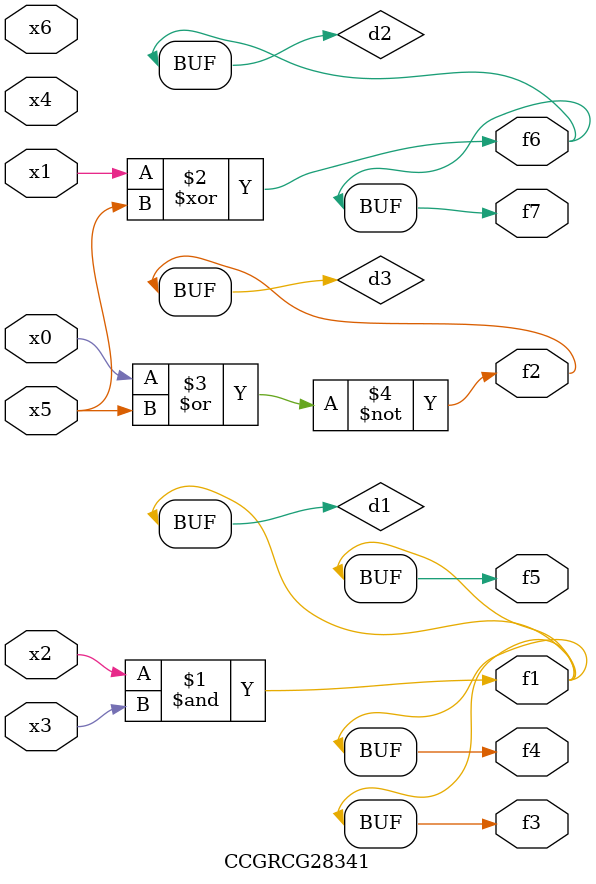
<source format=v>
module CCGRCG28341(
	input x0, x1, x2, x3, x4, x5, x6,
	output f1, f2, f3, f4, f5, f6, f7
);

	wire d1, d2, d3;

	and (d1, x2, x3);
	xor (d2, x1, x5);
	nor (d3, x0, x5);
	assign f1 = d1;
	assign f2 = d3;
	assign f3 = d1;
	assign f4 = d1;
	assign f5 = d1;
	assign f6 = d2;
	assign f7 = d2;
endmodule

</source>
